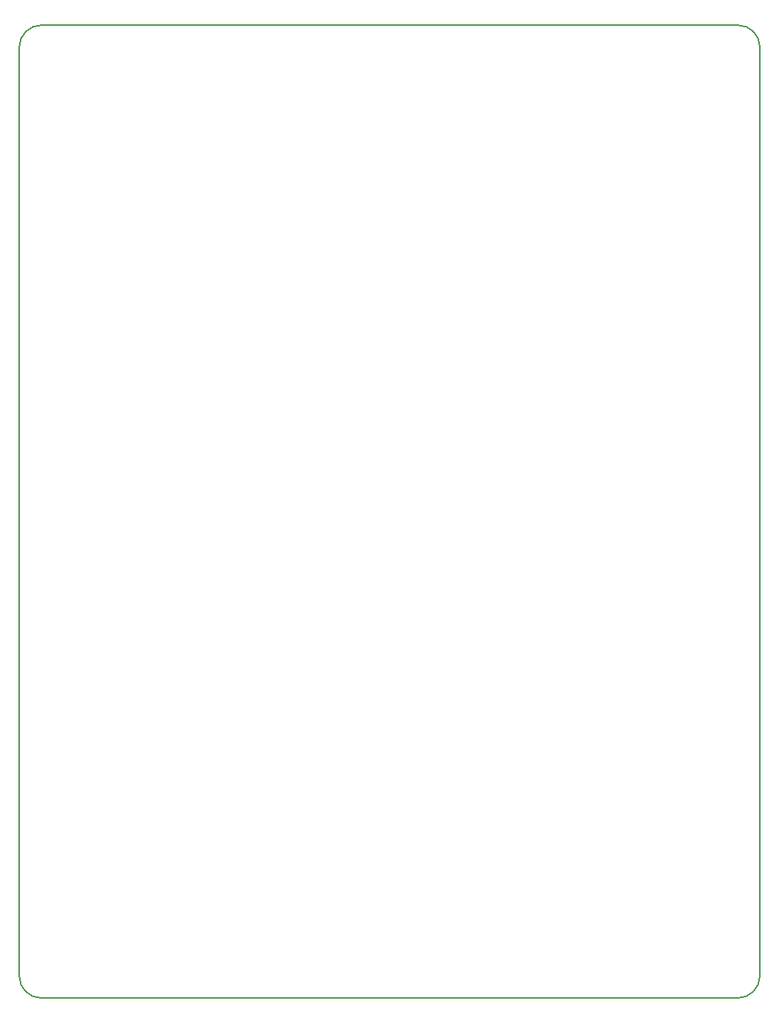
<source format=gbr>
%TF.GenerationSoftware,KiCad,Pcbnew,(5.0.0-rc2-dev-493-gd776eaca8)*%
%TF.CreationDate,2018-09-19T19:52:29-07:00*%
%TF.ProjectId,Z80,5A38302E6B696361645F706362000000,rev?*%
%TF.SameCoordinates,Original*%
%TF.FileFunction,Profile,NP*%
%FSLAX46Y46*%
G04 Gerber Fmt 4.6, Leading zero omitted, Abs format (unit mm)*
G04 Created by KiCad (PCBNEW (5.0.0-rc2-dev-493-gd776eaca8)) date 09/19/18 19:52:29*
%MOMM*%
%LPD*%
G01*
G04 APERTURE LIST*
%ADD10C,0.150000*%
G04 APERTURE END LIST*
D10*
X161290000Y-30480000D02*
X161290000Y-137160000D01*
X158750000Y-27940000D02*
X78740000Y-27940000D01*
X158750000Y-27940000D02*
G75*
G02X161290000Y-30480000I0J-2540000D01*
G01*
X76200000Y-30480000D02*
X76200000Y-137160000D01*
X78740000Y-139700000D02*
X158750000Y-139700000D01*
X78740000Y-139700000D02*
G75*
G02X76200000Y-137160000I0J2540000D01*
G01*
X76200000Y-30480000D02*
G75*
G02X78740000Y-27940000I2540000J0D01*
G01*
X161290000Y-137160000D02*
G75*
G02X158750000Y-139700000I-2540000J0D01*
G01*
M02*

</source>
